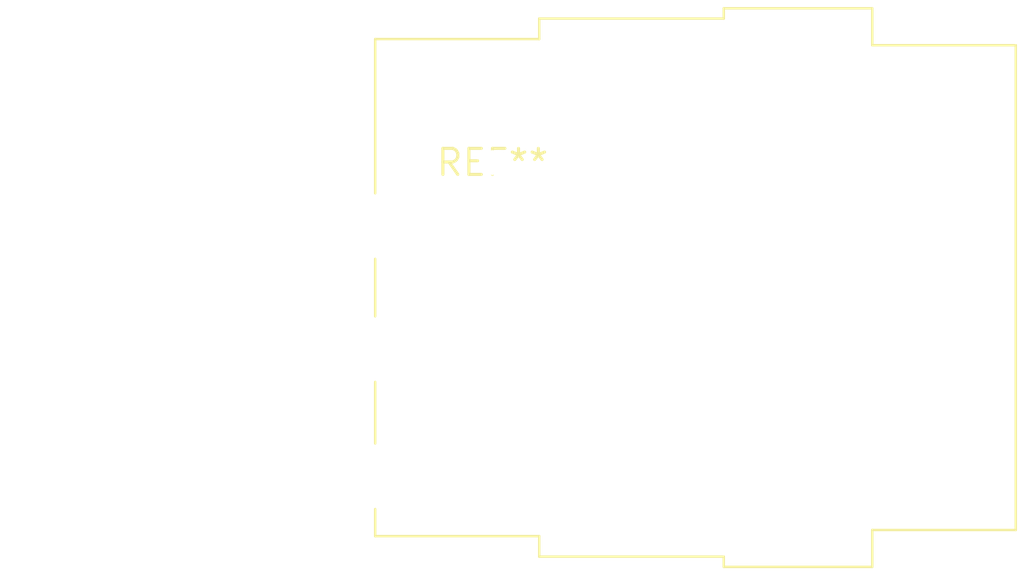
<source format=kicad_pcb>
(kicad_pcb (version 20240108) (generator pcbnew)
  (layers (0 "F.Cu" signal) (31 "B.Cu" signal) (34 "B.Paste" user) (35 "F.Paste" user) (36 "B.SilkS" user "B.Silkscreen") (37 "F.SilkS" user "F.Silkscreen") (38 "B.Mask" user) (39 "F.Mask" user) (44 "Edge.Cuts" user))
  (net 0 "")
  (footprint "Jack_XLR-6.35mm_Neutrik_NCJ10FI-H_Horizontal" (layer "F.Cu") (at 0 0)
    (property "Reference" "REF**")
    (property "Value" "Jack_XLR-6.35mm_Neutrik_NCJ10FI-H_Horizontal")
    (fp_line (start -5.72 -6.02) (end -5.72 1.5) (layer "F.SilkS") (stroke (width 0.12)))
    (fp_line (start -5.72 4.7) (end -5.72 7.5) (layer "F.SilkS") (stroke (width 0.12)))
    (fp_line (start -5.72 10.7) (end -5.72 13.7) (layer "F.SilkS") (stroke (width 0.12)))
    (fp_line (start -5.72 16.9) (end -5.72 18.22) (layer "F.SilkS") (stroke (width 0.12)))
    (fp_line (start 2.28 -7.02) (end 2.28 -6.02) (layer "F.SilkS") (stroke (width 0.12)))
    (fp_line (start 2.28 -6.02) (end -5.72 -6.02) (layer "F.SilkS") (stroke (width 0.12)))
    (fp_line (start 2.28 18.22) (end -5.72 18.22) (layer "F.SilkS") (stroke (width 0.12)))
    (fp_line (start 2.28 19.22) (end 2.28 18.22) (layer "F.SilkS") (stroke (width 0.12)))
    (fp_line (start 11.28 -7.02) (end 2.28 -7.02) (layer "F.SilkS") (stroke (width 0.12)))
    (fp_line (start 11.28 -7.02) (end 11.28 -7.52) (layer "F.SilkS") (stroke (width 0.12)))
    (fp_line (start 11.28 19.22) (end 2.28 19.22) (layer "F.SilkS") (stroke (width 0.12)))
    (fp_line (start 11.28 19.72) (end 11.28 19.22) (layer "F.SilkS") (stroke (width 0.12)))
    (fp_line (start 18.52 -7.52) (end 11.28 -7.52) (layer "F.SilkS") (stroke (width 0.12)))
    (fp_line (start 18.52 -7.52) (end 18.52 -5.72) (layer "F.SilkS") (stroke (width 0.12)))
    (fp_line (start 18.52 -5.72) (end 25.52 -5.72) (layer "F.SilkS") (stroke (width 0.12)))
    (fp_line (start 18.52 17.92) (end 18.52 19.72) (layer "F.SilkS") (stroke (width 0.12)))
    (fp_line (start 18.52 17.92) (end 25.52 17.92) (layer "F.SilkS") (stroke (width 0.12)))
    (fp_line (start 18.52 19.72) (end 11.28 19.72) (layer "F.SilkS") (stroke (width 0.12)))
    (fp_line (start 25.52 -5.72) (end 25.52 17.92) (layer "F.SilkS") (stroke (width 0.12)))
    (pad "" np_thru_hole circle (at 11.4 2.1) (size 2.1 2.1) (drill 2.1) (layers *.Cu *.Mask))
    (pad "1" thru_hole circle (at 0 0) (size 2.9 2.9) (drill 1.2) (layers *.Cu *.Mask) (remove_unused_layers))
    (pad "2" thru_hole circle (at 0 12.2) (size 2.9 2.9) (drill 1.2) (layers *.Cu *.Mask) (remove_unused_layers))
    (pad "3" thru_hole circle (at 0 6.1) (size 2.9 2.9) (drill 1.2) (layers *.Cu *.Mask) (remove_unused_layers))
    (pad "G" thru_hole circle (at 7.3 6.1) (size 2.9 2.9) (drill 1.2) (layers *.Cu *.Mask) (remove_unused_layers))
    (pad "GN" thru_hole circle (at 3.65 5) (size 2.9 2.9) (drill 1.2) (layers *.Cu *.Mask) (remove_unused_layers))
    (pad "R" thru_hole circle (at 3.9 0.9) (size 2.9 2.9) (drill 1.2) (layers *.Cu *.Mask) (remove_unused_layers))
    (pad "RN" thru_hole circle (at -6.6 3.1) (size 2.9 2.9) (drill 1.2) (layers *.Cu *.Mask) (remove_unused_layers))
    (pad "S" thru_hole circle (at 7.3 11.3) (size 2.9 2.9) (drill 1.2) (layers *.Cu *.Mask) (remove_unused_layers))
    (pad "SN" thru_hole circle (at 3.9 9.1) (size 2.9 2.9) (drill 1.2) (layers *.Cu *.Mask) (remove_unused_layers))
    (pad "T" thru_hole circle (at -6.6 15.3) (size 2.9 2.9) (drill 1.2) (layers *.Cu *.Mask) (remove_unused_layers))
    (pad "TN" thru_hole circle (at -6.6 9.1) (size 2.9 2.9) (drill 1.2) (layers *.Cu *.Mask) (remove_unused_layers))
  )
)
</source>
